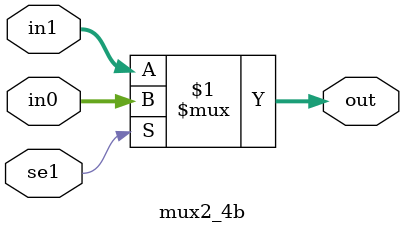
<source format=sv>
`timescale 1ns / 1ps


module mux2_4b(
    input [3:0] in0, in1,
    input se1,
    output [3:0] out
    );
    
    assign out = se1 ?  in0 : in1;
endmodule

</source>
